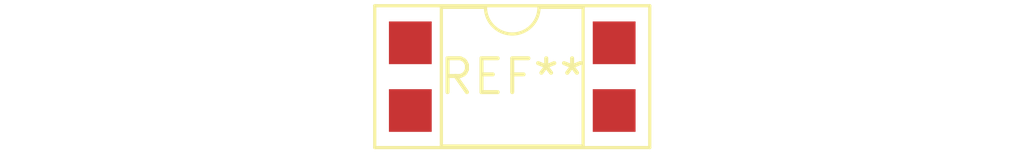
<source format=kicad_pcb>
(kicad_pcb (version 20240108) (generator pcbnew)
  (layers (0 "F.Cu" signal) (31 "B.Cu" signal) (34 "B.Paste" user) (35 "F.Paste" user) (36 "B.SilkS" user "B.Silkscreen") (37 "F.SilkS" user "F.Silkscreen") (38 "B.Mask" user) (39 "F.Mask" user) (44 "Edge.Cuts" user))
  (net 0 "")
  (footprint "DIP-4_W7.62mm_SMDSocket_SmallPads" (layer "F.Cu") (at 0 0)
    (property "Reference" "REF**")
    (property "Value" "DIP-4_W7.62mm_SMDSocket_SmallPads")
    (fp_line (start -5.14 -2.66) (end -5.14 2.66) (layer "F.SilkS") (stroke (width 0.12)))
    (fp_line (start -5.14 2.66) (end 5.14 2.66) (layer "F.SilkS") (stroke (width 0.12)))
    (fp_line (start -2.65 -2.6) (end -2.65 2.6) (layer "F.SilkS") (stroke (width 0.12)))
    (fp_line (start -2.65 2.6) (end 2.65 2.6) (layer "F.SilkS") (stroke (width 0.12)))
    (fp_line (start -1 -2.6) (end -2.65 -2.6) (layer "F.SilkS") (stroke (width 0.12)))
    (fp_line (start 2.65 -2.6) (end 1 -2.6) (layer "F.SilkS") (stroke (width 0.12)))
    (fp_line (start 2.65 2.6) (end 2.65 -2.6) (layer "F.SilkS") (stroke (width 0.12)))
    (fp_line (start 5.14 -2.66) (end -5.14 -2.66) (layer "F.SilkS") (stroke (width 0.12)))
    (fp_line (start 5.14 2.66) (end 5.14 -2.66) (layer "F.SilkS") (stroke (width 0.12)))
    (fp_arc (start 1 -2.6) (mid 0 -1.6) (end -1 -2.6) (layer "F.SilkS") (stroke (width 0.12)))
    (pad "1" smd rect (at -3.81 -1.27) (size 1.6 1.6) (layers "F.Cu" "F.Paste" "F.Mask"))
    (pad "2" smd rect (at -3.81 1.27) (size 1.6 1.6) (layers "F.Cu" "F.Paste" "F.Mask"))
    (pad "3" smd rect (at 3.81 1.27) (size 1.6 1.6) (layers "F.Cu" "F.Paste" "F.Mask"))
    (pad "4" smd rect (at 3.81 -1.27) (size 1.6 1.6) (layers "F.Cu" "F.Paste" "F.Mask"))
  )
)
</source>
